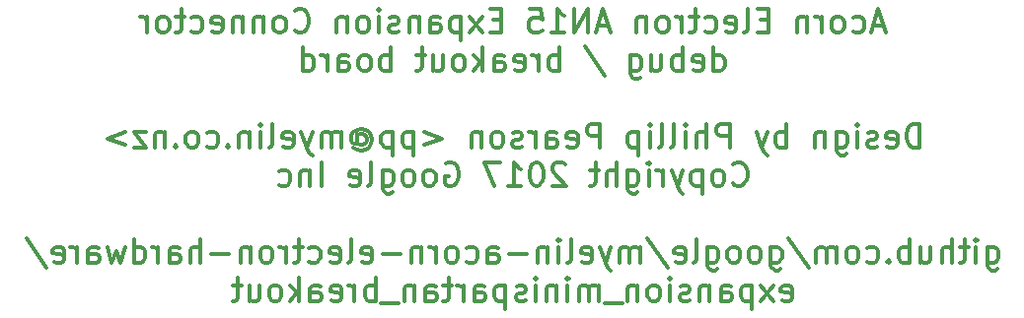
<source format=gbo>
G04 #@! TF.FileFunction,Legend,Bot*
%FSLAX46Y46*%
G04 Gerber Fmt 4.6, Leading zero omitted, Abs format (unit mm)*
G04 Created by KiCad (PCBNEW 4.0.6) date Monday, June 05, 2017 'PMt' 08:11:22 PM*
%MOMM*%
%LPD*%
G01*
G04 APERTURE LIST*
%ADD10C,0.100000*%
%ADD11C,0.300000*%
G04 APERTURE END LIST*
D10*
D11*
X183119527Y-102473333D02*
X182167146Y-102473333D01*
X183310003Y-103044762D02*
X182643336Y-101044762D01*
X181976669Y-103044762D01*
X180452860Y-102949524D02*
X180643336Y-103044762D01*
X181024288Y-103044762D01*
X181214764Y-102949524D01*
X181310003Y-102854286D01*
X181405241Y-102663810D01*
X181405241Y-102092381D01*
X181310003Y-101901905D01*
X181214764Y-101806667D01*
X181024288Y-101711429D01*
X180643336Y-101711429D01*
X180452860Y-101806667D01*
X179310002Y-103044762D02*
X179500478Y-102949524D01*
X179595717Y-102854286D01*
X179690955Y-102663810D01*
X179690955Y-102092381D01*
X179595717Y-101901905D01*
X179500478Y-101806667D01*
X179310002Y-101711429D01*
X179024288Y-101711429D01*
X178833812Y-101806667D01*
X178738574Y-101901905D01*
X178643336Y-102092381D01*
X178643336Y-102663810D01*
X178738574Y-102854286D01*
X178833812Y-102949524D01*
X179024288Y-103044762D01*
X179310002Y-103044762D01*
X177786193Y-103044762D02*
X177786193Y-101711429D01*
X177786193Y-102092381D02*
X177690954Y-101901905D01*
X177595716Y-101806667D01*
X177405240Y-101711429D01*
X177214764Y-101711429D01*
X176548098Y-101711429D02*
X176548098Y-103044762D01*
X176548098Y-101901905D02*
X176452859Y-101806667D01*
X176262383Y-101711429D01*
X175976669Y-101711429D01*
X175786193Y-101806667D01*
X175690955Y-101997143D01*
X175690955Y-103044762D01*
X173214764Y-101997143D02*
X172548097Y-101997143D01*
X172262383Y-103044762D02*
X173214764Y-103044762D01*
X173214764Y-101044762D01*
X172262383Y-101044762D01*
X171119525Y-103044762D02*
X171310001Y-102949524D01*
X171405240Y-102759048D01*
X171405240Y-101044762D01*
X169595716Y-102949524D02*
X169786192Y-103044762D01*
X170167144Y-103044762D01*
X170357621Y-102949524D01*
X170452859Y-102759048D01*
X170452859Y-101997143D01*
X170357621Y-101806667D01*
X170167144Y-101711429D01*
X169786192Y-101711429D01*
X169595716Y-101806667D01*
X169500478Y-101997143D01*
X169500478Y-102187619D01*
X170452859Y-102378095D01*
X167786192Y-102949524D02*
X167976668Y-103044762D01*
X168357620Y-103044762D01*
X168548096Y-102949524D01*
X168643335Y-102854286D01*
X168738573Y-102663810D01*
X168738573Y-102092381D01*
X168643335Y-101901905D01*
X168548096Y-101806667D01*
X168357620Y-101711429D01*
X167976668Y-101711429D01*
X167786192Y-101806667D01*
X167214763Y-101711429D02*
X166452858Y-101711429D01*
X166929049Y-101044762D02*
X166929049Y-102759048D01*
X166833810Y-102949524D01*
X166643334Y-103044762D01*
X166452858Y-103044762D01*
X165786192Y-103044762D02*
X165786192Y-101711429D01*
X165786192Y-102092381D02*
X165690953Y-101901905D01*
X165595715Y-101806667D01*
X165405239Y-101711429D01*
X165214763Y-101711429D01*
X164262382Y-103044762D02*
X164452858Y-102949524D01*
X164548097Y-102854286D01*
X164643335Y-102663810D01*
X164643335Y-102092381D01*
X164548097Y-101901905D01*
X164452858Y-101806667D01*
X164262382Y-101711429D01*
X163976668Y-101711429D01*
X163786192Y-101806667D01*
X163690954Y-101901905D01*
X163595716Y-102092381D01*
X163595716Y-102663810D01*
X163690954Y-102854286D01*
X163786192Y-102949524D01*
X163976668Y-103044762D01*
X164262382Y-103044762D01*
X162738573Y-101711429D02*
X162738573Y-103044762D01*
X162738573Y-101901905D02*
X162643334Y-101806667D01*
X162452858Y-101711429D01*
X162167144Y-101711429D01*
X161976668Y-101806667D01*
X161881430Y-101997143D01*
X161881430Y-103044762D01*
X159500477Y-102473333D02*
X158548096Y-102473333D01*
X159690953Y-103044762D02*
X159024286Y-101044762D01*
X158357619Y-103044762D01*
X157690953Y-103044762D02*
X157690953Y-101044762D01*
X156548095Y-103044762D01*
X156548095Y-101044762D01*
X154548095Y-103044762D02*
X155690953Y-103044762D01*
X155119524Y-103044762D02*
X155119524Y-101044762D01*
X155310000Y-101330476D01*
X155500476Y-101520952D01*
X155690953Y-101616190D01*
X152738572Y-101044762D02*
X153690953Y-101044762D01*
X153786191Y-101997143D01*
X153690953Y-101901905D01*
X153500476Y-101806667D01*
X153024286Y-101806667D01*
X152833810Y-101901905D01*
X152738572Y-101997143D01*
X152643333Y-102187619D01*
X152643333Y-102663810D01*
X152738572Y-102854286D01*
X152833810Y-102949524D01*
X153024286Y-103044762D01*
X153500476Y-103044762D01*
X153690953Y-102949524D01*
X153786191Y-102854286D01*
X150262381Y-101997143D02*
X149595714Y-101997143D01*
X149310000Y-103044762D02*
X150262381Y-103044762D01*
X150262381Y-101044762D01*
X149310000Y-101044762D01*
X148643333Y-103044762D02*
X147595714Y-101711429D01*
X148643333Y-101711429D02*
X147595714Y-103044762D01*
X146833809Y-101711429D02*
X146833809Y-103711429D01*
X146833809Y-101806667D02*
X146643332Y-101711429D01*
X146262380Y-101711429D01*
X146071904Y-101806667D01*
X145976666Y-101901905D01*
X145881428Y-102092381D01*
X145881428Y-102663810D01*
X145976666Y-102854286D01*
X146071904Y-102949524D01*
X146262380Y-103044762D01*
X146643332Y-103044762D01*
X146833809Y-102949524D01*
X144167142Y-103044762D02*
X144167142Y-101997143D01*
X144262380Y-101806667D01*
X144452856Y-101711429D01*
X144833808Y-101711429D01*
X145024285Y-101806667D01*
X144167142Y-102949524D02*
X144357618Y-103044762D01*
X144833808Y-103044762D01*
X145024285Y-102949524D01*
X145119523Y-102759048D01*
X145119523Y-102568571D01*
X145024285Y-102378095D01*
X144833808Y-102282857D01*
X144357618Y-102282857D01*
X144167142Y-102187619D01*
X143214761Y-101711429D02*
X143214761Y-103044762D01*
X143214761Y-101901905D02*
X143119522Y-101806667D01*
X142929046Y-101711429D01*
X142643332Y-101711429D01*
X142452856Y-101806667D01*
X142357618Y-101997143D01*
X142357618Y-103044762D01*
X141500475Y-102949524D02*
X141309998Y-103044762D01*
X140929046Y-103044762D01*
X140738570Y-102949524D01*
X140643332Y-102759048D01*
X140643332Y-102663810D01*
X140738570Y-102473333D01*
X140929046Y-102378095D01*
X141214760Y-102378095D01*
X141405237Y-102282857D01*
X141500475Y-102092381D01*
X141500475Y-101997143D01*
X141405237Y-101806667D01*
X141214760Y-101711429D01*
X140929046Y-101711429D01*
X140738570Y-101806667D01*
X139786189Y-103044762D02*
X139786189Y-101711429D01*
X139786189Y-101044762D02*
X139881427Y-101140000D01*
X139786189Y-101235238D01*
X139690950Y-101140000D01*
X139786189Y-101044762D01*
X139786189Y-101235238D01*
X138548093Y-103044762D02*
X138738569Y-102949524D01*
X138833808Y-102854286D01*
X138929046Y-102663810D01*
X138929046Y-102092381D01*
X138833808Y-101901905D01*
X138738569Y-101806667D01*
X138548093Y-101711429D01*
X138262379Y-101711429D01*
X138071903Y-101806667D01*
X137976665Y-101901905D01*
X137881427Y-102092381D01*
X137881427Y-102663810D01*
X137976665Y-102854286D01*
X138071903Y-102949524D01*
X138262379Y-103044762D01*
X138548093Y-103044762D01*
X137024284Y-101711429D02*
X137024284Y-103044762D01*
X137024284Y-101901905D02*
X136929045Y-101806667D01*
X136738569Y-101711429D01*
X136452855Y-101711429D01*
X136262379Y-101806667D01*
X136167141Y-101997143D01*
X136167141Y-103044762D01*
X132548092Y-102854286D02*
X132643330Y-102949524D01*
X132929045Y-103044762D01*
X133119521Y-103044762D01*
X133405235Y-102949524D01*
X133595711Y-102759048D01*
X133690950Y-102568571D01*
X133786188Y-102187619D01*
X133786188Y-101901905D01*
X133690950Y-101520952D01*
X133595711Y-101330476D01*
X133405235Y-101140000D01*
X133119521Y-101044762D01*
X132929045Y-101044762D01*
X132643330Y-101140000D01*
X132548092Y-101235238D01*
X131405235Y-103044762D02*
X131595711Y-102949524D01*
X131690950Y-102854286D01*
X131786188Y-102663810D01*
X131786188Y-102092381D01*
X131690950Y-101901905D01*
X131595711Y-101806667D01*
X131405235Y-101711429D01*
X131119521Y-101711429D01*
X130929045Y-101806667D01*
X130833807Y-101901905D01*
X130738569Y-102092381D01*
X130738569Y-102663810D01*
X130833807Y-102854286D01*
X130929045Y-102949524D01*
X131119521Y-103044762D01*
X131405235Y-103044762D01*
X129881426Y-101711429D02*
X129881426Y-103044762D01*
X129881426Y-101901905D02*
X129786187Y-101806667D01*
X129595711Y-101711429D01*
X129309997Y-101711429D01*
X129119521Y-101806667D01*
X129024283Y-101997143D01*
X129024283Y-103044762D01*
X128071902Y-101711429D02*
X128071902Y-103044762D01*
X128071902Y-101901905D02*
X127976663Y-101806667D01*
X127786187Y-101711429D01*
X127500473Y-101711429D01*
X127309997Y-101806667D01*
X127214759Y-101997143D01*
X127214759Y-103044762D01*
X125500473Y-102949524D02*
X125690949Y-103044762D01*
X126071901Y-103044762D01*
X126262378Y-102949524D01*
X126357616Y-102759048D01*
X126357616Y-101997143D01*
X126262378Y-101806667D01*
X126071901Y-101711429D01*
X125690949Y-101711429D01*
X125500473Y-101806667D01*
X125405235Y-101997143D01*
X125405235Y-102187619D01*
X126357616Y-102378095D01*
X123690949Y-102949524D02*
X123881425Y-103044762D01*
X124262377Y-103044762D01*
X124452853Y-102949524D01*
X124548092Y-102854286D01*
X124643330Y-102663810D01*
X124643330Y-102092381D01*
X124548092Y-101901905D01*
X124452853Y-101806667D01*
X124262377Y-101711429D01*
X123881425Y-101711429D01*
X123690949Y-101806667D01*
X123119520Y-101711429D02*
X122357615Y-101711429D01*
X122833806Y-101044762D02*
X122833806Y-102759048D01*
X122738567Y-102949524D01*
X122548091Y-103044762D01*
X122357615Y-103044762D01*
X121405234Y-103044762D02*
X121595710Y-102949524D01*
X121690949Y-102854286D01*
X121786187Y-102663810D01*
X121786187Y-102092381D01*
X121690949Y-101901905D01*
X121595710Y-101806667D01*
X121405234Y-101711429D01*
X121119520Y-101711429D01*
X120929044Y-101806667D01*
X120833806Y-101901905D01*
X120738568Y-102092381D01*
X120738568Y-102663810D01*
X120833806Y-102854286D01*
X120929044Y-102949524D01*
X121119520Y-103044762D01*
X121405234Y-103044762D01*
X119881425Y-103044762D02*
X119881425Y-101711429D01*
X119881425Y-102092381D02*
X119786186Y-101901905D01*
X119690948Y-101806667D01*
X119500472Y-101711429D01*
X119309996Y-101711429D01*
X168500478Y-106344762D02*
X168500478Y-104344762D01*
X168500478Y-106249524D02*
X168690954Y-106344762D01*
X169071906Y-106344762D01*
X169262382Y-106249524D01*
X169357621Y-106154286D01*
X169452859Y-105963810D01*
X169452859Y-105392381D01*
X169357621Y-105201905D01*
X169262382Y-105106667D01*
X169071906Y-105011429D01*
X168690954Y-105011429D01*
X168500478Y-105106667D01*
X166786192Y-106249524D02*
X166976668Y-106344762D01*
X167357620Y-106344762D01*
X167548097Y-106249524D01*
X167643335Y-106059048D01*
X167643335Y-105297143D01*
X167548097Y-105106667D01*
X167357620Y-105011429D01*
X166976668Y-105011429D01*
X166786192Y-105106667D01*
X166690954Y-105297143D01*
X166690954Y-105487619D01*
X167643335Y-105678095D01*
X165833811Y-106344762D02*
X165833811Y-104344762D01*
X165833811Y-105106667D02*
X165643334Y-105011429D01*
X165262382Y-105011429D01*
X165071906Y-105106667D01*
X164976668Y-105201905D01*
X164881430Y-105392381D01*
X164881430Y-105963810D01*
X164976668Y-106154286D01*
X165071906Y-106249524D01*
X165262382Y-106344762D01*
X165643334Y-106344762D01*
X165833811Y-106249524D01*
X163167144Y-105011429D02*
X163167144Y-106344762D01*
X164024287Y-105011429D02*
X164024287Y-106059048D01*
X163929048Y-106249524D01*
X163738572Y-106344762D01*
X163452858Y-106344762D01*
X163262382Y-106249524D01*
X163167144Y-106154286D01*
X161357620Y-105011429D02*
X161357620Y-106630476D01*
X161452858Y-106820952D01*
X161548096Y-106916190D01*
X161738572Y-107011429D01*
X162024286Y-107011429D01*
X162214763Y-106916190D01*
X161357620Y-106249524D02*
X161548096Y-106344762D01*
X161929048Y-106344762D01*
X162119524Y-106249524D01*
X162214763Y-106154286D01*
X162310001Y-105963810D01*
X162310001Y-105392381D01*
X162214763Y-105201905D01*
X162119524Y-105106667D01*
X161929048Y-105011429D01*
X161548096Y-105011429D01*
X161357620Y-105106667D01*
X157452857Y-104249524D02*
X159167143Y-106820952D01*
X155262381Y-106344762D02*
X155262381Y-104344762D01*
X155262381Y-105106667D02*
X155071904Y-105011429D01*
X154690952Y-105011429D01*
X154500476Y-105106667D01*
X154405238Y-105201905D01*
X154310000Y-105392381D01*
X154310000Y-105963810D01*
X154405238Y-106154286D01*
X154500476Y-106249524D01*
X154690952Y-106344762D01*
X155071904Y-106344762D01*
X155262381Y-106249524D01*
X153452857Y-106344762D02*
X153452857Y-105011429D01*
X153452857Y-105392381D02*
X153357618Y-105201905D01*
X153262380Y-105106667D01*
X153071904Y-105011429D01*
X152881428Y-105011429D01*
X151452857Y-106249524D02*
X151643333Y-106344762D01*
X152024285Y-106344762D01*
X152214762Y-106249524D01*
X152310000Y-106059048D01*
X152310000Y-105297143D01*
X152214762Y-105106667D01*
X152024285Y-105011429D01*
X151643333Y-105011429D01*
X151452857Y-105106667D01*
X151357619Y-105297143D01*
X151357619Y-105487619D01*
X152310000Y-105678095D01*
X149643333Y-106344762D02*
X149643333Y-105297143D01*
X149738571Y-105106667D01*
X149929047Y-105011429D01*
X150309999Y-105011429D01*
X150500476Y-105106667D01*
X149643333Y-106249524D02*
X149833809Y-106344762D01*
X150309999Y-106344762D01*
X150500476Y-106249524D01*
X150595714Y-106059048D01*
X150595714Y-105868571D01*
X150500476Y-105678095D01*
X150309999Y-105582857D01*
X149833809Y-105582857D01*
X149643333Y-105487619D01*
X148690952Y-106344762D02*
X148690952Y-104344762D01*
X148500475Y-105582857D02*
X147929047Y-106344762D01*
X147929047Y-105011429D02*
X148690952Y-105773333D01*
X146786189Y-106344762D02*
X146976665Y-106249524D01*
X147071904Y-106154286D01*
X147167142Y-105963810D01*
X147167142Y-105392381D01*
X147071904Y-105201905D01*
X146976665Y-105106667D01*
X146786189Y-105011429D01*
X146500475Y-105011429D01*
X146309999Y-105106667D01*
X146214761Y-105201905D01*
X146119523Y-105392381D01*
X146119523Y-105963810D01*
X146214761Y-106154286D01*
X146309999Y-106249524D01*
X146500475Y-106344762D01*
X146786189Y-106344762D01*
X144405237Y-105011429D02*
X144405237Y-106344762D01*
X145262380Y-105011429D02*
X145262380Y-106059048D01*
X145167141Y-106249524D01*
X144976665Y-106344762D01*
X144690951Y-106344762D01*
X144500475Y-106249524D01*
X144405237Y-106154286D01*
X143738570Y-105011429D02*
X142976665Y-105011429D01*
X143452856Y-104344762D02*
X143452856Y-106059048D01*
X143357617Y-106249524D01*
X143167141Y-106344762D01*
X142976665Y-106344762D01*
X140786189Y-106344762D02*
X140786189Y-104344762D01*
X140786189Y-105106667D02*
X140595712Y-105011429D01*
X140214760Y-105011429D01*
X140024284Y-105106667D01*
X139929046Y-105201905D01*
X139833808Y-105392381D01*
X139833808Y-105963810D01*
X139929046Y-106154286D01*
X140024284Y-106249524D01*
X140214760Y-106344762D01*
X140595712Y-106344762D01*
X140786189Y-106249524D01*
X138690950Y-106344762D02*
X138881426Y-106249524D01*
X138976665Y-106154286D01*
X139071903Y-105963810D01*
X139071903Y-105392381D01*
X138976665Y-105201905D01*
X138881426Y-105106667D01*
X138690950Y-105011429D01*
X138405236Y-105011429D01*
X138214760Y-105106667D01*
X138119522Y-105201905D01*
X138024284Y-105392381D01*
X138024284Y-105963810D01*
X138119522Y-106154286D01*
X138214760Y-106249524D01*
X138405236Y-106344762D01*
X138690950Y-106344762D01*
X136309998Y-106344762D02*
X136309998Y-105297143D01*
X136405236Y-105106667D01*
X136595712Y-105011429D01*
X136976664Y-105011429D01*
X137167141Y-105106667D01*
X136309998Y-106249524D02*
X136500474Y-106344762D01*
X136976664Y-106344762D01*
X137167141Y-106249524D01*
X137262379Y-106059048D01*
X137262379Y-105868571D01*
X137167141Y-105678095D01*
X136976664Y-105582857D01*
X136500474Y-105582857D01*
X136309998Y-105487619D01*
X135357617Y-106344762D02*
X135357617Y-105011429D01*
X135357617Y-105392381D02*
X135262378Y-105201905D01*
X135167140Y-105106667D01*
X134976664Y-105011429D01*
X134786188Y-105011429D01*
X133262379Y-106344762D02*
X133262379Y-104344762D01*
X133262379Y-106249524D02*
X133452855Y-106344762D01*
X133833807Y-106344762D01*
X134024283Y-106249524D01*
X134119522Y-106154286D01*
X134214760Y-105963810D01*
X134214760Y-105392381D01*
X134119522Y-105201905D01*
X134024283Y-105106667D01*
X133833807Y-105011429D01*
X133452855Y-105011429D01*
X133262379Y-105106667D01*
X186167147Y-112944762D02*
X186167147Y-110944762D01*
X185690956Y-110944762D01*
X185405242Y-111040000D01*
X185214766Y-111230476D01*
X185119527Y-111420952D01*
X185024289Y-111801905D01*
X185024289Y-112087619D01*
X185119527Y-112468571D01*
X185214766Y-112659048D01*
X185405242Y-112849524D01*
X185690956Y-112944762D01*
X186167147Y-112944762D01*
X183405242Y-112849524D02*
X183595718Y-112944762D01*
X183976670Y-112944762D01*
X184167147Y-112849524D01*
X184262385Y-112659048D01*
X184262385Y-111897143D01*
X184167147Y-111706667D01*
X183976670Y-111611429D01*
X183595718Y-111611429D01*
X183405242Y-111706667D01*
X183310004Y-111897143D01*
X183310004Y-112087619D01*
X184262385Y-112278095D01*
X182548099Y-112849524D02*
X182357622Y-112944762D01*
X181976670Y-112944762D01*
X181786194Y-112849524D01*
X181690956Y-112659048D01*
X181690956Y-112563810D01*
X181786194Y-112373333D01*
X181976670Y-112278095D01*
X182262384Y-112278095D01*
X182452861Y-112182857D01*
X182548099Y-111992381D01*
X182548099Y-111897143D01*
X182452861Y-111706667D01*
X182262384Y-111611429D01*
X181976670Y-111611429D01*
X181786194Y-111706667D01*
X180833813Y-112944762D02*
X180833813Y-111611429D01*
X180833813Y-110944762D02*
X180929051Y-111040000D01*
X180833813Y-111135238D01*
X180738574Y-111040000D01*
X180833813Y-110944762D01*
X180833813Y-111135238D01*
X179024289Y-111611429D02*
X179024289Y-113230476D01*
X179119527Y-113420952D01*
X179214765Y-113516190D01*
X179405241Y-113611429D01*
X179690955Y-113611429D01*
X179881432Y-113516190D01*
X179024289Y-112849524D02*
X179214765Y-112944762D01*
X179595717Y-112944762D01*
X179786193Y-112849524D01*
X179881432Y-112754286D01*
X179976670Y-112563810D01*
X179976670Y-111992381D01*
X179881432Y-111801905D01*
X179786193Y-111706667D01*
X179595717Y-111611429D01*
X179214765Y-111611429D01*
X179024289Y-111706667D01*
X178071908Y-111611429D02*
X178071908Y-112944762D01*
X178071908Y-111801905D02*
X177976669Y-111706667D01*
X177786193Y-111611429D01*
X177500479Y-111611429D01*
X177310003Y-111706667D01*
X177214765Y-111897143D01*
X177214765Y-112944762D01*
X174738574Y-112944762D02*
X174738574Y-110944762D01*
X174738574Y-111706667D02*
X174548097Y-111611429D01*
X174167145Y-111611429D01*
X173976669Y-111706667D01*
X173881431Y-111801905D01*
X173786193Y-111992381D01*
X173786193Y-112563810D01*
X173881431Y-112754286D01*
X173976669Y-112849524D01*
X174167145Y-112944762D01*
X174548097Y-112944762D01*
X174738574Y-112849524D01*
X173119526Y-111611429D02*
X172643335Y-112944762D01*
X172167145Y-111611429D02*
X172643335Y-112944762D01*
X172833811Y-113420952D01*
X172929050Y-113516190D01*
X173119526Y-113611429D01*
X169881430Y-112944762D02*
X169881430Y-110944762D01*
X169119525Y-110944762D01*
X168929049Y-111040000D01*
X168833810Y-111135238D01*
X168738572Y-111325714D01*
X168738572Y-111611429D01*
X168833810Y-111801905D01*
X168929049Y-111897143D01*
X169119525Y-111992381D01*
X169881430Y-111992381D01*
X167881430Y-112944762D02*
X167881430Y-110944762D01*
X167024287Y-112944762D02*
X167024287Y-111897143D01*
X167119525Y-111706667D01*
X167310001Y-111611429D01*
X167595715Y-111611429D01*
X167786191Y-111706667D01*
X167881430Y-111801905D01*
X166071906Y-112944762D02*
X166071906Y-111611429D01*
X166071906Y-110944762D02*
X166167144Y-111040000D01*
X166071906Y-111135238D01*
X165976667Y-111040000D01*
X166071906Y-110944762D01*
X166071906Y-111135238D01*
X164833810Y-112944762D02*
X165024286Y-112849524D01*
X165119525Y-112659048D01*
X165119525Y-110944762D01*
X163786191Y-112944762D02*
X163976667Y-112849524D01*
X164071906Y-112659048D01*
X164071906Y-110944762D01*
X163024287Y-112944762D02*
X163024287Y-111611429D01*
X163024287Y-110944762D02*
X163119525Y-111040000D01*
X163024287Y-111135238D01*
X162929048Y-111040000D01*
X163024287Y-110944762D01*
X163024287Y-111135238D01*
X162071906Y-111611429D02*
X162071906Y-113611429D01*
X162071906Y-111706667D02*
X161881429Y-111611429D01*
X161500477Y-111611429D01*
X161310001Y-111706667D01*
X161214763Y-111801905D01*
X161119525Y-111992381D01*
X161119525Y-112563810D01*
X161214763Y-112754286D01*
X161310001Y-112849524D01*
X161500477Y-112944762D01*
X161881429Y-112944762D01*
X162071906Y-112849524D01*
X158738572Y-112944762D02*
X158738572Y-110944762D01*
X157976667Y-110944762D01*
X157786191Y-111040000D01*
X157690952Y-111135238D01*
X157595714Y-111325714D01*
X157595714Y-111611429D01*
X157690952Y-111801905D01*
X157786191Y-111897143D01*
X157976667Y-111992381D01*
X158738572Y-111992381D01*
X155976667Y-112849524D02*
X156167143Y-112944762D01*
X156548095Y-112944762D01*
X156738572Y-112849524D01*
X156833810Y-112659048D01*
X156833810Y-111897143D01*
X156738572Y-111706667D01*
X156548095Y-111611429D01*
X156167143Y-111611429D01*
X155976667Y-111706667D01*
X155881429Y-111897143D01*
X155881429Y-112087619D01*
X156833810Y-112278095D01*
X154167143Y-112944762D02*
X154167143Y-111897143D01*
X154262381Y-111706667D01*
X154452857Y-111611429D01*
X154833809Y-111611429D01*
X155024286Y-111706667D01*
X154167143Y-112849524D02*
X154357619Y-112944762D01*
X154833809Y-112944762D01*
X155024286Y-112849524D01*
X155119524Y-112659048D01*
X155119524Y-112468571D01*
X155024286Y-112278095D01*
X154833809Y-112182857D01*
X154357619Y-112182857D01*
X154167143Y-112087619D01*
X153214762Y-112944762D02*
X153214762Y-111611429D01*
X153214762Y-111992381D02*
X153119523Y-111801905D01*
X153024285Y-111706667D01*
X152833809Y-111611429D01*
X152643333Y-111611429D01*
X152071905Y-112849524D02*
X151881428Y-112944762D01*
X151500476Y-112944762D01*
X151310000Y-112849524D01*
X151214762Y-112659048D01*
X151214762Y-112563810D01*
X151310000Y-112373333D01*
X151500476Y-112278095D01*
X151786190Y-112278095D01*
X151976667Y-112182857D01*
X152071905Y-111992381D01*
X152071905Y-111897143D01*
X151976667Y-111706667D01*
X151786190Y-111611429D01*
X151500476Y-111611429D01*
X151310000Y-111706667D01*
X150071904Y-112944762D02*
X150262380Y-112849524D01*
X150357619Y-112754286D01*
X150452857Y-112563810D01*
X150452857Y-111992381D01*
X150357619Y-111801905D01*
X150262380Y-111706667D01*
X150071904Y-111611429D01*
X149786190Y-111611429D01*
X149595714Y-111706667D01*
X149500476Y-111801905D01*
X149405238Y-111992381D01*
X149405238Y-112563810D01*
X149500476Y-112754286D01*
X149595714Y-112849524D01*
X149786190Y-112944762D01*
X150071904Y-112944762D01*
X148548095Y-111611429D02*
X148548095Y-112944762D01*
X148548095Y-111801905D02*
X148452856Y-111706667D01*
X148262380Y-111611429D01*
X147976666Y-111611429D01*
X147786190Y-111706667D01*
X147690952Y-111897143D01*
X147690952Y-112944762D01*
X143690951Y-111611429D02*
X145214761Y-112182857D01*
X143690951Y-112754286D01*
X142738571Y-111611429D02*
X142738571Y-113611429D01*
X142738571Y-111706667D02*
X142548094Y-111611429D01*
X142167142Y-111611429D01*
X141976666Y-111706667D01*
X141881428Y-111801905D01*
X141786190Y-111992381D01*
X141786190Y-112563810D01*
X141881428Y-112754286D01*
X141976666Y-112849524D01*
X142167142Y-112944762D01*
X142548094Y-112944762D01*
X142738571Y-112849524D01*
X140929047Y-111611429D02*
X140929047Y-113611429D01*
X140929047Y-111706667D02*
X140738570Y-111611429D01*
X140357618Y-111611429D01*
X140167142Y-111706667D01*
X140071904Y-111801905D01*
X139976666Y-111992381D01*
X139976666Y-112563810D01*
X140071904Y-112754286D01*
X140167142Y-112849524D01*
X140357618Y-112944762D01*
X140738570Y-112944762D01*
X140929047Y-112849524D01*
X137881427Y-111992381D02*
X137976665Y-111897143D01*
X138167142Y-111801905D01*
X138357618Y-111801905D01*
X138548094Y-111897143D01*
X138643332Y-111992381D01*
X138738570Y-112182857D01*
X138738570Y-112373333D01*
X138643332Y-112563810D01*
X138548094Y-112659048D01*
X138357618Y-112754286D01*
X138167142Y-112754286D01*
X137976665Y-112659048D01*
X137881427Y-112563810D01*
X137881427Y-111801905D02*
X137881427Y-112563810D01*
X137786189Y-112659048D01*
X137690951Y-112659048D01*
X137500475Y-112563810D01*
X137405237Y-112373333D01*
X137405237Y-111897143D01*
X137595713Y-111611429D01*
X137881427Y-111420952D01*
X138262380Y-111325714D01*
X138643332Y-111420952D01*
X138929046Y-111611429D01*
X139119523Y-111897143D01*
X139214761Y-112278095D01*
X139119523Y-112659048D01*
X138929046Y-112944762D01*
X138643332Y-113135238D01*
X138262380Y-113230476D01*
X137881427Y-113135238D01*
X137595713Y-112944762D01*
X136548094Y-112944762D02*
X136548094Y-111611429D01*
X136548094Y-111801905D02*
X136452855Y-111706667D01*
X136262379Y-111611429D01*
X135976665Y-111611429D01*
X135786189Y-111706667D01*
X135690951Y-111897143D01*
X135690951Y-112944762D01*
X135690951Y-111897143D02*
X135595713Y-111706667D01*
X135405236Y-111611429D01*
X135119522Y-111611429D01*
X134929046Y-111706667D01*
X134833808Y-111897143D01*
X134833808Y-112944762D01*
X134071903Y-111611429D02*
X133595712Y-112944762D01*
X133119522Y-111611429D02*
X133595712Y-112944762D01*
X133786188Y-113420952D01*
X133881427Y-113516190D01*
X134071903Y-113611429D01*
X131595712Y-112849524D02*
X131786188Y-112944762D01*
X132167140Y-112944762D01*
X132357617Y-112849524D01*
X132452855Y-112659048D01*
X132452855Y-111897143D01*
X132357617Y-111706667D01*
X132167140Y-111611429D01*
X131786188Y-111611429D01*
X131595712Y-111706667D01*
X131500474Y-111897143D01*
X131500474Y-112087619D01*
X132452855Y-112278095D01*
X130357616Y-112944762D02*
X130548092Y-112849524D01*
X130643331Y-112659048D01*
X130643331Y-110944762D01*
X129595712Y-112944762D02*
X129595712Y-111611429D01*
X129595712Y-110944762D02*
X129690950Y-111040000D01*
X129595712Y-111135238D01*
X129500473Y-111040000D01*
X129595712Y-110944762D01*
X129595712Y-111135238D01*
X128643331Y-111611429D02*
X128643331Y-112944762D01*
X128643331Y-111801905D02*
X128548092Y-111706667D01*
X128357616Y-111611429D01*
X128071902Y-111611429D01*
X127881426Y-111706667D01*
X127786188Y-111897143D01*
X127786188Y-112944762D01*
X126833807Y-112754286D02*
X126738568Y-112849524D01*
X126833807Y-112944762D01*
X126929045Y-112849524D01*
X126833807Y-112754286D01*
X126833807Y-112944762D01*
X125024283Y-112849524D02*
X125214759Y-112944762D01*
X125595711Y-112944762D01*
X125786187Y-112849524D01*
X125881426Y-112754286D01*
X125976664Y-112563810D01*
X125976664Y-111992381D01*
X125881426Y-111801905D01*
X125786187Y-111706667D01*
X125595711Y-111611429D01*
X125214759Y-111611429D01*
X125024283Y-111706667D01*
X123881425Y-112944762D02*
X124071901Y-112849524D01*
X124167140Y-112754286D01*
X124262378Y-112563810D01*
X124262378Y-111992381D01*
X124167140Y-111801905D01*
X124071901Y-111706667D01*
X123881425Y-111611429D01*
X123595711Y-111611429D01*
X123405235Y-111706667D01*
X123309997Y-111801905D01*
X123214759Y-111992381D01*
X123214759Y-112563810D01*
X123309997Y-112754286D01*
X123405235Y-112849524D01*
X123595711Y-112944762D01*
X123881425Y-112944762D01*
X122357616Y-112754286D02*
X122262377Y-112849524D01*
X122357616Y-112944762D01*
X122452854Y-112849524D01*
X122357616Y-112754286D01*
X122357616Y-112944762D01*
X121405235Y-111611429D02*
X121405235Y-112944762D01*
X121405235Y-111801905D02*
X121309996Y-111706667D01*
X121119520Y-111611429D01*
X120833806Y-111611429D01*
X120643330Y-111706667D01*
X120548092Y-111897143D01*
X120548092Y-112944762D01*
X119786187Y-111611429D02*
X118738568Y-111611429D01*
X119786187Y-112944762D01*
X118738568Y-112944762D01*
X117976663Y-111611429D02*
X116452853Y-112182857D01*
X117976663Y-112754286D01*
X170167144Y-116054286D02*
X170262382Y-116149524D01*
X170548097Y-116244762D01*
X170738573Y-116244762D01*
X171024287Y-116149524D01*
X171214763Y-115959048D01*
X171310002Y-115768571D01*
X171405240Y-115387619D01*
X171405240Y-115101905D01*
X171310002Y-114720952D01*
X171214763Y-114530476D01*
X171024287Y-114340000D01*
X170738573Y-114244762D01*
X170548097Y-114244762D01*
X170262382Y-114340000D01*
X170167144Y-114435238D01*
X169024287Y-116244762D02*
X169214763Y-116149524D01*
X169310002Y-116054286D01*
X169405240Y-115863810D01*
X169405240Y-115292381D01*
X169310002Y-115101905D01*
X169214763Y-115006667D01*
X169024287Y-114911429D01*
X168738573Y-114911429D01*
X168548097Y-115006667D01*
X168452859Y-115101905D01*
X168357621Y-115292381D01*
X168357621Y-115863810D01*
X168452859Y-116054286D01*
X168548097Y-116149524D01*
X168738573Y-116244762D01*
X169024287Y-116244762D01*
X167500478Y-114911429D02*
X167500478Y-116911429D01*
X167500478Y-115006667D02*
X167310001Y-114911429D01*
X166929049Y-114911429D01*
X166738573Y-115006667D01*
X166643335Y-115101905D01*
X166548097Y-115292381D01*
X166548097Y-115863810D01*
X166643335Y-116054286D01*
X166738573Y-116149524D01*
X166929049Y-116244762D01*
X167310001Y-116244762D01*
X167500478Y-116149524D01*
X165881430Y-114911429D02*
X165405239Y-116244762D01*
X164929049Y-114911429D02*
X165405239Y-116244762D01*
X165595715Y-116720952D01*
X165690954Y-116816190D01*
X165881430Y-116911429D01*
X164167144Y-116244762D02*
X164167144Y-114911429D01*
X164167144Y-115292381D02*
X164071905Y-115101905D01*
X163976667Y-115006667D01*
X163786191Y-114911429D01*
X163595715Y-114911429D01*
X162929049Y-116244762D02*
X162929049Y-114911429D01*
X162929049Y-114244762D02*
X163024287Y-114340000D01*
X162929049Y-114435238D01*
X162833810Y-114340000D01*
X162929049Y-114244762D01*
X162929049Y-114435238D01*
X161119525Y-114911429D02*
X161119525Y-116530476D01*
X161214763Y-116720952D01*
X161310001Y-116816190D01*
X161500477Y-116911429D01*
X161786191Y-116911429D01*
X161976668Y-116816190D01*
X161119525Y-116149524D02*
X161310001Y-116244762D01*
X161690953Y-116244762D01*
X161881429Y-116149524D01*
X161976668Y-116054286D01*
X162071906Y-115863810D01*
X162071906Y-115292381D01*
X161976668Y-115101905D01*
X161881429Y-115006667D01*
X161690953Y-114911429D01*
X161310001Y-114911429D01*
X161119525Y-115006667D01*
X160167144Y-116244762D02*
X160167144Y-114244762D01*
X159310001Y-116244762D02*
X159310001Y-115197143D01*
X159405239Y-115006667D01*
X159595715Y-114911429D01*
X159881429Y-114911429D01*
X160071905Y-115006667D01*
X160167144Y-115101905D01*
X158643334Y-114911429D02*
X157881429Y-114911429D01*
X158357620Y-114244762D02*
X158357620Y-115959048D01*
X158262381Y-116149524D01*
X158071905Y-116244762D01*
X157881429Y-116244762D01*
X155786191Y-114435238D02*
X155690953Y-114340000D01*
X155500476Y-114244762D01*
X155024286Y-114244762D01*
X154833810Y-114340000D01*
X154738572Y-114435238D01*
X154643333Y-114625714D01*
X154643333Y-114816190D01*
X154738572Y-115101905D01*
X155881429Y-116244762D01*
X154643333Y-116244762D01*
X153405238Y-114244762D02*
X153214762Y-114244762D01*
X153024286Y-114340000D01*
X152929048Y-114435238D01*
X152833810Y-114625714D01*
X152738571Y-115006667D01*
X152738571Y-115482857D01*
X152833810Y-115863810D01*
X152929048Y-116054286D01*
X153024286Y-116149524D01*
X153214762Y-116244762D01*
X153405238Y-116244762D01*
X153595714Y-116149524D01*
X153690952Y-116054286D01*
X153786191Y-115863810D01*
X153881429Y-115482857D01*
X153881429Y-115006667D01*
X153786191Y-114625714D01*
X153690952Y-114435238D01*
X153595714Y-114340000D01*
X153405238Y-114244762D01*
X150833809Y-116244762D02*
X151976667Y-116244762D01*
X151405238Y-116244762D02*
X151405238Y-114244762D01*
X151595714Y-114530476D01*
X151786190Y-114720952D01*
X151976667Y-114816190D01*
X150167143Y-114244762D02*
X148833809Y-114244762D01*
X149690952Y-116244762D01*
X145500475Y-114340000D02*
X145690952Y-114244762D01*
X145976666Y-114244762D01*
X146262380Y-114340000D01*
X146452856Y-114530476D01*
X146548095Y-114720952D01*
X146643333Y-115101905D01*
X146643333Y-115387619D01*
X146548095Y-115768571D01*
X146452856Y-115959048D01*
X146262380Y-116149524D01*
X145976666Y-116244762D01*
X145786190Y-116244762D01*
X145500475Y-116149524D01*
X145405237Y-116054286D01*
X145405237Y-115387619D01*
X145786190Y-115387619D01*
X144262380Y-116244762D02*
X144452856Y-116149524D01*
X144548095Y-116054286D01*
X144643333Y-115863810D01*
X144643333Y-115292381D01*
X144548095Y-115101905D01*
X144452856Y-115006667D01*
X144262380Y-114911429D01*
X143976666Y-114911429D01*
X143786190Y-115006667D01*
X143690952Y-115101905D01*
X143595714Y-115292381D01*
X143595714Y-115863810D01*
X143690952Y-116054286D01*
X143786190Y-116149524D01*
X143976666Y-116244762D01*
X144262380Y-116244762D01*
X142452856Y-116244762D02*
X142643332Y-116149524D01*
X142738571Y-116054286D01*
X142833809Y-115863810D01*
X142833809Y-115292381D01*
X142738571Y-115101905D01*
X142643332Y-115006667D01*
X142452856Y-114911429D01*
X142167142Y-114911429D01*
X141976666Y-115006667D01*
X141881428Y-115101905D01*
X141786190Y-115292381D01*
X141786190Y-115863810D01*
X141881428Y-116054286D01*
X141976666Y-116149524D01*
X142167142Y-116244762D01*
X142452856Y-116244762D01*
X140071904Y-114911429D02*
X140071904Y-116530476D01*
X140167142Y-116720952D01*
X140262380Y-116816190D01*
X140452856Y-116911429D01*
X140738570Y-116911429D01*
X140929047Y-116816190D01*
X140071904Y-116149524D02*
X140262380Y-116244762D01*
X140643332Y-116244762D01*
X140833808Y-116149524D01*
X140929047Y-116054286D01*
X141024285Y-115863810D01*
X141024285Y-115292381D01*
X140929047Y-115101905D01*
X140833808Y-115006667D01*
X140643332Y-114911429D01*
X140262380Y-114911429D01*
X140071904Y-115006667D01*
X138833808Y-116244762D02*
X139024284Y-116149524D01*
X139119523Y-115959048D01*
X139119523Y-114244762D01*
X137309999Y-116149524D02*
X137500475Y-116244762D01*
X137881427Y-116244762D01*
X138071904Y-116149524D01*
X138167142Y-115959048D01*
X138167142Y-115197143D01*
X138071904Y-115006667D01*
X137881427Y-114911429D01*
X137500475Y-114911429D01*
X137309999Y-115006667D01*
X137214761Y-115197143D01*
X137214761Y-115387619D01*
X138167142Y-115578095D01*
X134833808Y-116244762D02*
X134833808Y-114244762D01*
X133881427Y-114911429D02*
X133881427Y-116244762D01*
X133881427Y-115101905D02*
X133786188Y-115006667D01*
X133595712Y-114911429D01*
X133309998Y-114911429D01*
X133119522Y-115006667D01*
X133024284Y-115197143D01*
X133024284Y-116244762D01*
X131214760Y-116149524D02*
X131405236Y-116244762D01*
X131786188Y-116244762D01*
X131976664Y-116149524D01*
X132071903Y-116054286D01*
X132167141Y-115863810D01*
X132167141Y-115292381D01*
X132071903Y-115101905D01*
X131976664Y-115006667D01*
X131786188Y-114911429D01*
X131405236Y-114911429D01*
X131214760Y-115006667D01*
X191976669Y-121511429D02*
X191976669Y-123130476D01*
X192071907Y-123320952D01*
X192167145Y-123416190D01*
X192357621Y-123511429D01*
X192643335Y-123511429D01*
X192833812Y-123416190D01*
X191976669Y-122749524D02*
X192167145Y-122844762D01*
X192548097Y-122844762D01*
X192738573Y-122749524D01*
X192833812Y-122654286D01*
X192929050Y-122463810D01*
X192929050Y-121892381D01*
X192833812Y-121701905D01*
X192738573Y-121606667D01*
X192548097Y-121511429D01*
X192167145Y-121511429D01*
X191976669Y-121606667D01*
X191024288Y-122844762D02*
X191024288Y-121511429D01*
X191024288Y-120844762D02*
X191119526Y-120940000D01*
X191024288Y-121035238D01*
X190929049Y-120940000D01*
X191024288Y-120844762D01*
X191024288Y-121035238D01*
X190357621Y-121511429D02*
X189595716Y-121511429D01*
X190071907Y-120844762D02*
X190071907Y-122559048D01*
X189976668Y-122749524D01*
X189786192Y-122844762D01*
X189595716Y-122844762D01*
X188929050Y-122844762D02*
X188929050Y-120844762D01*
X188071907Y-122844762D02*
X188071907Y-121797143D01*
X188167145Y-121606667D01*
X188357621Y-121511429D01*
X188643335Y-121511429D01*
X188833811Y-121606667D01*
X188929050Y-121701905D01*
X186262383Y-121511429D02*
X186262383Y-122844762D01*
X187119526Y-121511429D02*
X187119526Y-122559048D01*
X187024287Y-122749524D01*
X186833811Y-122844762D01*
X186548097Y-122844762D01*
X186357621Y-122749524D01*
X186262383Y-122654286D01*
X185310002Y-122844762D02*
X185310002Y-120844762D01*
X185310002Y-121606667D02*
X185119525Y-121511429D01*
X184738573Y-121511429D01*
X184548097Y-121606667D01*
X184452859Y-121701905D01*
X184357621Y-121892381D01*
X184357621Y-122463810D01*
X184452859Y-122654286D01*
X184548097Y-122749524D01*
X184738573Y-122844762D01*
X185119525Y-122844762D01*
X185310002Y-122749524D01*
X183500478Y-122654286D02*
X183405239Y-122749524D01*
X183500478Y-122844762D01*
X183595716Y-122749524D01*
X183500478Y-122654286D01*
X183500478Y-122844762D01*
X181690954Y-122749524D02*
X181881430Y-122844762D01*
X182262382Y-122844762D01*
X182452858Y-122749524D01*
X182548097Y-122654286D01*
X182643335Y-122463810D01*
X182643335Y-121892381D01*
X182548097Y-121701905D01*
X182452858Y-121606667D01*
X182262382Y-121511429D01*
X181881430Y-121511429D01*
X181690954Y-121606667D01*
X180548096Y-122844762D02*
X180738572Y-122749524D01*
X180833811Y-122654286D01*
X180929049Y-122463810D01*
X180929049Y-121892381D01*
X180833811Y-121701905D01*
X180738572Y-121606667D01*
X180548096Y-121511429D01*
X180262382Y-121511429D01*
X180071906Y-121606667D01*
X179976668Y-121701905D01*
X179881430Y-121892381D01*
X179881430Y-122463810D01*
X179976668Y-122654286D01*
X180071906Y-122749524D01*
X180262382Y-122844762D01*
X180548096Y-122844762D01*
X179024287Y-122844762D02*
X179024287Y-121511429D01*
X179024287Y-121701905D02*
X178929048Y-121606667D01*
X178738572Y-121511429D01*
X178452858Y-121511429D01*
X178262382Y-121606667D01*
X178167144Y-121797143D01*
X178167144Y-122844762D01*
X178167144Y-121797143D02*
X178071906Y-121606667D01*
X177881429Y-121511429D01*
X177595715Y-121511429D01*
X177405239Y-121606667D01*
X177310001Y-121797143D01*
X177310001Y-122844762D01*
X174929048Y-120749524D02*
X176643334Y-123320952D01*
X173405239Y-121511429D02*
X173405239Y-123130476D01*
X173500477Y-123320952D01*
X173595715Y-123416190D01*
X173786191Y-123511429D01*
X174071905Y-123511429D01*
X174262382Y-123416190D01*
X173405239Y-122749524D02*
X173595715Y-122844762D01*
X173976667Y-122844762D01*
X174167143Y-122749524D01*
X174262382Y-122654286D01*
X174357620Y-122463810D01*
X174357620Y-121892381D01*
X174262382Y-121701905D01*
X174167143Y-121606667D01*
X173976667Y-121511429D01*
X173595715Y-121511429D01*
X173405239Y-121606667D01*
X172167143Y-122844762D02*
X172357619Y-122749524D01*
X172452858Y-122654286D01*
X172548096Y-122463810D01*
X172548096Y-121892381D01*
X172452858Y-121701905D01*
X172357619Y-121606667D01*
X172167143Y-121511429D01*
X171881429Y-121511429D01*
X171690953Y-121606667D01*
X171595715Y-121701905D01*
X171500477Y-121892381D01*
X171500477Y-122463810D01*
X171595715Y-122654286D01*
X171690953Y-122749524D01*
X171881429Y-122844762D01*
X172167143Y-122844762D01*
X170357619Y-122844762D02*
X170548095Y-122749524D01*
X170643334Y-122654286D01*
X170738572Y-122463810D01*
X170738572Y-121892381D01*
X170643334Y-121701905D01*
X170548095Y-121606667D01*
X170357619Y-121511429D01*
X170071905Y-121511429D01*
X169881429Y-121606667D01*
X169786191Y-121701905D01*
X169690953Y-121892381D01*
X169690953Y-122463810D01*
X169786191Y-122654286D01*
X169881429Y-122749524D01*
X170071905Y-122844762D01*
X170357619Y-122844762D01*
X167976667Y-121511429D02*
X167976667Y-123130476D01*
X168071905Y-123320952D01*
X168167143Y-123416190D01*
X168357619Y-123511429D01*
X168643333Y-123511429D01*
X168833810Y-123416190D01*
X167976667Y-122749524D02*
X168167143Y-122844762D01*
X168548095Y-122844762D01*
X168738571Y-122749524D01*
X168833810Y-122654286D01*
X168929048Y-122463810D01*
X168929048Y-121892381D01*
X168833810Y-121701905D01*
X168738571Y-121606667D01*
X168548095Y-121511429D01*
X168167143Y-121511429D01*
X167976667Y-121606667D01*
X166738571Y-122844762D02*
X166929047Y-122749524D01*
X167024286Y-122559048D01*
X167024286Y-120844762D01*
X165214762Y-122749524D02*
X165405238Y-122844762D01*
X165786190Y-122844762D01*
X165976667Y-122749524D01*
X166071905Y-122559048D01*
X166071905Y-121797143D01*
X165976667Y-121606667D01*
X165786190Y-121511429D01*
X165405238Y-121511429D01*
X165214762Y-121606667D01*
X165119524Y-121797143D01*
X165119524Y-121987619D01*
X166071905Y-122178095D01*
X162833809Y-120749524D02*
X164548095Y-123320952D01*
X162167143Y-122844762D02*
X162167143Y-121511429D01*
X162167143Y-121701905D02*
X162071904Y-121606667D01*
X161881428Y-121511429D01*
X161595714Y-121511429D01*
X161405238Y-121606667D01*
X161310000Y-121797143D01*
X161310000Y-122844762D01*
X161310000Y-121797143D02*
X161214762Y-121606667D01*
X161024285Y-121511429D01*
X160738571Y-121511429D01*
X160548095Y-121606667D01*
X160452857Y-121797143D01*
X160452857Y-122844762D01*
X159690952Y-121511429D02*
X159214761Y-122844762D01*
X158738571Y-121511429D02*
X159214761Y-122844762D01*
X159405237Y-123320952D01*
X159500476Y-123416190D01*
X159690952Y-123511429D01*
X157214761Y-122749524D02*
X157405237Y-122844762D01*
X157786189Y-122844762D01*
X157976666Y-122749524D01*
X158071904Y-122559048D01*
X158071904Y-121797143D01*
X157976666Y-121606667D01*
X157786189Y-121511429D01*
X157405237Y-121511429D01*
X157214761Y-121606667D01*
X157119523Y-121797143D01*
X157119523Y-121987619D01*
X158071904Y-122178095D01*
X155976665Y-122844762D02*
X156167141Y-122749524D01*
X156262380Y-122559048D01*
X156262380Y-120844762D01*
X155214761Y-122844762D02*
X155214761Y-121511429D01*
X155214761Y-120844762D02*
X155309999Y-120940000D01*
X155214761Y-121035238D01*
X155119522Y-120940000D01*
X155214761Y-120844762D01*
X155214761Y-121035238D01*
X154262380Y-121511429D02*
X154262380Y-122844762D01*
X154262380Y-121701905D02*
X154167141Y-121606667D01*
X153976665Y-121511429D01*
X153690951Y-121511429D01*
X153500475Y-121606667D01*
X153405237Y-121797143D01*
X153405237Y-122844762D01*
X152452856Y-122082857D02*
X150929046Y-122082857D01*
X149119523Y-122844762D02*
X149119523Y-121797143D01*
X149214761Y-121606667D01*
X149405237Y-121511429D01*
X149786189Y-121511429D01*
X149976666Y-121606667D01*
X149119523Y-122749524D02*
X149309999Y-122844762D01*
X149786189Y-122844762D01*
X149976666Y-122749524D01*
X150071904Y-122559048D01*
X150071904Y-122368571D01*
X149976666Y-122178095D01*
X149786189Y-122082857D01*
X149309999Y-122082857D01*
X149119523Y-121987619D01*
X147309999Y-122749524D02*
X147500475Y-122844762D01*
X147881427Y-122844762D01*
X148071903Y-122749524D01*
X148167142Y-122654286D01*
X148262380Y-122463810D01*
X148262380Y-121892381D01*
X148167142Y-121701905D01*
X148071903Y-121606667D01*
X147881427Y-121511429D01*
X147500475Y-121511429D01*
X147309999Y-121606667D01*
X146167141Y-122844762D02*
X146357617Y-122749524D01*
X146452856Y-122654286D01*
X146548094Y-122463810D01*
X146548094Y-121892381D01*
X146452856Y-121701905D01*
X146357617Y-121606667D01*
X146167141Y-121511429D01*
X145881427Y-121511429D01*
X145690951Y-121606667D01*
X145595713Y-121701905D01*
X145500475Y-121892381D01*
X145500475Y-122463810D01*
X145595713Y-122654286D01*
X145690951Y-122749524D01*
X145881427Y-122844762D01*
X146167141Y-122844762D01*
X144643332Y-122844762D02*
X144643332Y-121511429D01*
X144643332Y-121892381D02*
X144548093Y-121701905D01*
X144452855Y-121606667D01*
X144262379Y-121511429D01*
X144071903Y-121511429D01*
X143405237Y-121511429D02*
X143405237Y-122844762D01*
X143405237Y-121701905D02*
X143309998Y-121606667D01*
X143119522Y-121511429D01*
X142833808Y-121511429D01*
X142643332Y-121606667D01*
X142548094Y-121797143D01*
X142548094Y-122844762D01*
X141595713Y-122082857D02*
X140071903Y-122082857D01*
X138357618Y-122749524D02*
X138548094Y-122844762D01*
X138929046Y-122844762D01*
X139119523Y-122749524D01*
X139214761Y-122559048D01*
X139214761Y-121797143D01*
X139119523Y-121606667D01*
X138929046Y-121511429D01*
X138548094Y-121511429D01*
X138357618Y-121606667D01*
X138262380Y-121797143D01*
X138262380Y-121987619D01*
X139214761Y-122178095D01*
X137119522Y-122844762D02*
X137309998Y-122749524D01*
X137405237Y-122559048D01*
X137405237Y-120844762D01*
X135595713Y-122749524D02*
X135786189Y-122844762D01*
X136167141Y-122844762D01*
X136357618Y-122749524D01*
X136452856Y-122559048D01*
X136452856Y-121797143D01*
X136357618Y-121606667D01*
X136167141Y-121511429D01*
X135786189Y-121511429D01*
X135595713Y-121606667D01*
X135500475Y-121797143D01*
X135500475Y-121987619D01*
X136452856Y-122178095D01*
X133786189Y-122749524D02*
X133976665Y-122844762D01*
X134357617Y-122844762D01*
X134548093Y-122749524D01*
X134643332Y-122654286D01*
X134738570Y-122463810D01*
X134738570Y-121892381D01*
X134643332Y-121701905D01*
X134548093Y-121606667D01*
X134357617Y-121511429D01*
X133976665Y-121511429D01*
X133786189Y-121606667D01*
X133214760Y-121511429D02*
X132452855Y-121511429D01*
X132929046Y-120844762D02*
X132929046Y-122559048D01*
X132833807Y-122749524D01*
X132643331Y-122844762D01*
X132452855Y-122844762D01*
X131786189Y-122844762D02*
X131786189Y-121511429D01*
X131786189Y-121892381D02*
X131690950Y-121701905D01*
X131595712Y-121606667D01*
X131405236Y-121511429D01*
X131214760Y-121511429D01*
X130262379Y-122844762D02*
X130452855Y-122749524D01*
X130548094Y-122654286D01*
X130643332Y-122463810D01*
X130643332Y-121892381D01*
X130548094Y-121701905D01*
X130452855Y-121606667D01*
X130262379Y-121511429D01*
X129976665Y-121511429D01*
X129786189Y-121606667D01*
X129690951Y-121701905D01*
X129595713Y-121892381D01*
X129595713Y-122463810D01*
X129690951Y-122654286D01*
X129786189Y-122749524D01*
X129976665Y-122844762D01*
X130262379Y-122844762D01*
X128738570Y-121511429D02*
X128738570Y-122844762D01*
X128738570Y-121701905D02*
X128643331Y-121606667D01*
X128452855Y-121511429D01*
X128167141Y-121511429D01*
X127976665Y-121606667D01*
X127881427Y-121797143D01*
X127881427Y-122844762D01*
X126929046Y-122082857D02*
X125405236Y-122082857D01*
X124452856Y-122844762D02*
X124452856Y-120844762D01*
X123595713Y-122844762D02*
X123595713Y-121797143D01*
X123690951Y-121606667D01*
X123881427Y-121511429D01*
X124167141Y-121511429D01*
X124357617Y-121606667D01*
X124452856Y-121701905D01*
X121786189Y-122844762D02*
X121786189Y-121797143D01*
X121881427Y-121606667D01*
X122071903Y-121511429D01*
X122452855Y-121511429D01*
X122643332Y-121606667D01*
X121786189Y-122749524D02*
X121976665Y-122844762D01*
X122452855Y-122844762D01*
X122643332Y-122749524D01*
X122738570Y-122559048D01*
X122738570Y-122368571D01*
X122643332Y-122178095D01*
X122452855Y-122082857D01*
X121976665Y-122082857D01*
X121786189Y-121987619D01*
X120833808Y-122844762D02*
X120833808Y-121511429D01*
X120833808Y-121892381D02*
X120738569Y-121701905D01*
X120643331Y-121606667D01*
X120452855Y-121511429D01*
X120262379Y-121511429D01*
X118738570Y-122844762D02*
X118738570Y-120844762D01*
X118738570Y-122749524D02*
X118929046Y-122844762D01*
X119309998Y-122844762D01*
X119500474Y-122749524D01*
X119595713Y-122654286D01*
X119690951Y-122463810D01*
X119690951Y-121892381D01*
X119595713Y-121701905D01*
X119500474Y-121606667D01*
X119309998Y-121511429D01*
X118929046Y-121511429D01*
X118738570Y-121606667D01*
X117976665Y-121511429D02*
X117595712Y-122844762D01*
X117214760Y-121892381D01*
X116833808Y-122844762D01*
X116452855Y-121511429D01*
X114833808Y-122844762D02*
X114833808Y-121797143D01*
X114929046Y-121606667D01*
X115119522Y-121511429D01*
X115500474Y-121511429D01*
X115690951Y-121606667D01*
X114833808Y-122749524D02*
X115024284Y-122844762D01*
X115500474Y-122844762D01*
X115690951Y-122749524D01*
X115786189Y-122559048D01*
X115786189Y-122368571D01*
X115690951Y-122178095D01*
X115500474Y-122082857D01*
X115024284Y-122082857D01*
X114833808Y-121987619D01*
X113881427Y-122844762D02*
X113881427Y-121511429D01*
X113881427Y-121892381D02*
X113786188Y-121701905D01*
X113690950Y-121606667D01*
X113500474Y-121511429D01*
X113309998Y-121511429D01*
X111881427Y-122749524D02*
X112071903Y-122844762D01*
X112452855Y-122844762D01*
X112643332Y-122749524D01*
X112738570Y-122559048D01*
X112738570Y-121797143D01*
X112643332Y-121606667D01*
X112452855Y-121511429D01*
X112071903Y-121511429D01*
X111881427Y-121606667D01*
X111786189Y-121797143D01*
X111786189Y-121987619D01*
X112738570Y-122178095D01*
X109500474Y-120749524D02*
X111214760Y-123320952D01*
X174357622Y-126049524D02*
X174548098Y-126144762D01*
X174929050Y-126144762D01*
X175119527Y-126049524D01*
X175214765Y-125859048D01*
X175214765Y-125097143D01*
X175119527Y-124906667D01*
X174929050Y-124811429D01*
X174548098Y-124811429D01*
X174357622Y-124906667D01*
X174262384Y-125097143D01*
X174262384Y-125287619D01*
X175214765Y-125478095D01*
X173595717Y-126144762D02*
X172548098Y-124811429D01*
X173595717Y-124811429D02*
X172548098Y-126144762D01*
X171786193Y-124811429D02*
X171786193Y-126811429D01*
X171786193Y-124906667D02*
X171595716Y-124811429D01*
X171214764Y-124811429D01*
X171024288Y-124906667D01*
X170929050Y-125001905D01*
X170833812Y-125192381D01*
X170833812Y-125763810D01*
X170929050Y-125954286D01*
X171024288Y-126049524D01*
X171214764Y-126144762D01*
X171595716Y-126144762D01*
X171786193Y-126049524D01*
X169119526Y-126144762D02*
X169119526Y-125097143D01*
X169214764Y-124906667D01*
X169405240Y-124811429D01*
X169786192Y-124811429D01*
X169976669Y-124906667D01*
X169119526Y-126049524D02*
X169310002Y-126144762D01*
X169786192Y-126144762D01*
X169976669Y-126049524D01*
X170071907Y-125859048D01*
X170071907Y-125668571D01*
X169976669Y-125478095D01*
X169786192Y-125382857D01*
X169310002Y-125382857D01*
X169119526Y-125287619D01*
X168167145Y-124811429D02*
X168167145Y-126144762D01*
X168167145Y-125001905D02*
X168071906Y-124906667D01*
X167881430Y-124811429D01*
X167595716Y-124811429D01*
X167405240Y-124906667D01*
X167310002Y-125097143D01*
X167310002Y-126144762D01*
X166452859Y-126049524D02*
X166262382Y-126144762D01*
X165881430Y-126144762D01*
X165690954Y-126049524D01*
X165595716Y-125859048D01*
X165595716Y-125763810D01*
X165690954Y-125573333D01*
X165881430Y-125478095D01*
X166167144Y-125478095D01*
X166357621Y-125382857D01*
X166452859Y-125192381D01*
X166452859Y-125097143D01*
X166357621Y-124906667D01*
X166167144Y-124811429D01*
X165881430Y-124811429D01*
X165690954Y-124906667D01*
X164738573Y-126144762D02*
X164738573Y-124811429D01*
X164738573Y-124144762D02*
X164833811Y-124240000D01*
X164738573Y-124335238D01*
X164643334Y-124240000D01*
X164738573Y-124144762D01*
X164738573Y-124335238D01*
X163500477Y-126144762D02*
X163690953Y-126049524D01*
X163786192Y-125954286D01*
X163881430Y-125763810D01*
X163881430Y-125192381D01*
X163786192Y-125001905D01*
X163690953Y-124906667D01*
X163500477Y-124811429D01*
X163214763Y-124811429D01*
X163024287Y-124906667D01*
X162929049Y-125001905D01*
X162833811Y-125192381D01*
X162833811Y-125763810D01*
X162929049Y-125954286D01*
X163024287Y-126049524D01*
X163214763Y-126144762D01*
X163500477Y-126144762D01*
X161976668Y-124811429D02*
X161976668Y-126144762D01*
X161976668Y-125001905D02*
X161881429Y-124906667D01*
X161690953Y-124811429D01*
X161405239Y-124811429D01*
X161214763Y-124906667D01*
X161119525Y-125097143D01*
X161119525Y-126144762D01*
X160643334Y-126335238D02*
X159119524Y-126335238D01*
X158643334Y-126144762D02*
X158643334Y-124811429D01*
X158643334Y-125001905D02*
X158548095Y-124906667D01*
X158357619Y-124811429D01*
X158071905Y-124811429D01*
X157881429Y-124906667D01*
X157786191Y-125097143D01*
X157786191Y-126144762D01*
X157786191Y-125097143D02*
X157690953Y-124906667D01*
X157500476Y-124811429D01*
X157214762Y-124811429D01*
X157024286Y-124906667D01*
X156929048Y-125097143D01*
X156929048Y-126144762D01*
X155976667Y-126144762D02*
X155976667Y-124811429D01*
X155976667Y-124144762D02*
X156071905Y-124240000D01*
X155976667Y-124335238D01*
X155881428Y-124240000D01*
X155976667Y-124144762D01*
X155976667Y-124335238D01*
X155024286Y-124811429D02*
X155024286Y-126144762D01*
X155024286Y-125001905D02*
X154929047Y-124906667D01*
X154738571Y-124811429D01*
X154452857Y-124811429D01*
X154262381Y-124906667D01*
X154167143Y-125097143D01*
X154167143Y-126144762D01*
X153214762Y-126144762D02*
X153214762Y-124811429D01*
X153214762Y-124144762D02*
X153310000Y-124240000D01*
X153214762Y-124335238D01*
X153119523Y-124240000D01*
X153214762Y-124144762D01*
X153214762Y-124335238D01*
X152357619Y-126049524D02*
X152167142Y-126144762D01*
X151786190Y-126144762D01*
X151595714Y-126049524D01*
X151500476Y-125859048D01*
X151500476Y-125763810D01*
X151595714Y-125573333D01*
X151786190Y-125478095D01*
X152071904Y-125478095D01*
X152262381Y-125382857D01*
X152357619Y-125192381D01*
X152357619Y-125097143D01*
X152262381Y-124906667D01*
X152071904Y-124811429D01*
X151786190Y-124811429D01*
X151595714Y-124906667D01*
X150643333Y-124811429D02*
X150643333Y-126811429D01*
X150643333Y-124906667D02*
X150452856Y-124811429D01*
X150071904Y-124811429D01*
X149881428Y-124906667D01*
X149786190Y-125001905D01*
X149690952Y-125192381D01*
X149690952Y-125763810D01*
X149786190Y-125954286D01*
X149881428Y-126049524D01*
X150071904Y-126144762D01*
X150452856Y-126144762D01*
X150643333Y-126049524D01*
X147976666Y-126144762D02*
X147976666Y-125097143D01*
X148071904Y-124906667D01*
X148262380Y-124811429D01*
X148643332Y-124811429D01*
X148833809Y-124906667D01*
X147976666Y-126049524D02*
X148167142Y-126144762D01*
X148643332Y-126144762D01*
X148833809Y-126049524D01*
X148929047Y-125859048D01*
X148929047Y-125668571D01*
X148833809Y-125478095D01*
X148643332Y-125382857D01*
X148167142Y-125382857D01*
X147976666Y-125287619D01*
X147024285Y-126144762D02*
X147024285Y-124811429D01*
X147024285Y-125192381D02*
X146929046Y-125001905D01*
X146833808Y-124906667D01*
X146643332Y-124811429D01*
X146452856Y-124811429D01*
X146071904Y-124811429D02*
X145309999Y-124811429D01*
X145786190Y-124144762D02*
X145786190Y-125859048D01*
X145690951Y-126049524D01*
X145500475Y-126144762D01*
X145309999Y-126144762D01*
X143786190Y-126144762D02*
X143786190Y-125097143D01*
X143881428Y-124906667D01*
X144071904Y-124811429D01*
X144452856Y-124811429D01*
X144643333Y-124906667D01*
X143786190Y-126049524D02*
X143976666Y-126144762D01*
X144452856Y-126144762D01*
X144643333Y-126049524D01*
X144738571Y-125859048D01*
X144738571Y-125668571D01*
X144643333Y-125478095D01*
X144452856Y-125382857D01*
X143976666Y-125382857D01*
X143786190Y-125287619D01*
X142833809Y-124811429D02*
X142833809Y-126144762D01*
X142833809Y-125001905D02*
X142738570Y-124906667D01*
X142548094Y-124811429D01*
X142262380Y-124811429D01*
X142071904Y-124906667D01*
X141976666Y-125097143D01*
X141976666Y-126144762D01*
X141500475Y-126335238D02*
X139976665Y-126335238D01*
X139500475Y-126144762D02*
X139500475Y-124144762D01*
X139500475Y-124906667D02*
X139309998Y-124811429D01*
X138929046Y-124811429D01*
X138738570Y-124906667D01*
X138643332Y-125001905D01*
X138548094Y-125192381D01*
X138548094Y-125763810D01*
X138643332Y-125954286D01*
X138738570Y-126049524D01*
X138929046Y-126144762D01*
X139309998Y-126144762D01*
X139500475Y-126049524D01*
X137690951Y-126144762D02*
X137690951Y-124811429D01*
X137690951Y-125192381D02*
X137595712Y-125001905D01*
X137500474Y-124906667D01*
X137309998Y-124811429D01*
X137119522Y-124811429D01*
X135690951Y-126049524D02*
X135881427Y-126144762D01*
X136262379Y-126144762D01*
X136452856Y-126049524D01*
X136548094Y-125859048D01*
X136548094Y-125097143D01*
X136452856Y-124906667D01*
X136262379Y-124811429D01*
X135881427Y-124811429D01*
X135690951Y-124906667D01*
X135595713Y-125097143D01*
X135595713Y-125287619D01*
X136548094Y-125478095D01*
X133881427Y-126144762D02*
X133881427Y-125097143D01*
X133976665Y-124906667D01*
X134167141Y-124811429D01*
X134548093Y-124811429D01*
X134738570Y-124906667D01*
X133881427Y-126049524D02*
X134071903Y-126144762D01*
X134548093Y-126144762D01*
X134738570Y-126049524D01*
X134833808Y-125859048D01*
X134833808Y-125668571D01*
X134738570Y-125478095D01*
X134548093Y-125382857D01*
X134071903Y-125382857D01*
X133881427Y-125287619D01*
X132929046Y-126144762D02*
X132929046Y-124144762D01*
X132738569Y-125382857D02*
X132167141Y-126144762D01*
X132167141Y-124811429D02*
X132929046Y-125573333D01*
X131024283Y-126144762D02*
X131214759Y-126049524D01*
X131309998Y-125954286D01*
X131405236Y-125763810D01*
X131405236Y-125192381D01*
X131309998Y-125001905D01*
X131214759Y-124906667D01*
X131024283Y-124811429D01*
X130738569Y-124811429D01*
X130548093Y-124906667D01*
X130452855Y-125001905D01*
X130357617Y-125192381D01*
X130357617Y-125763810D01*
X130452855Y-125954286D01*
X130548093Y-126049524D01*
X130738569Y-126144762D01*
X131024283Y-126144762D01*
X128643331Y-124811429D02*
X128643331Y-126144762D01*
X129500474Y-124811429D02*
X129500474Y-125859048D01*
X129405235Y-126049524D01*
X129214759Y-126144762D01*
X128929045Y-126144762D01*
X128738569Y-126049524D01*
X128643331Y-125954286D01*
X127976664Y-124811429D02*
X127214759Y-124811429D01*
X127690950Y-124144762D02*
X127690950Y-125859048D01*
X127595711Y-126049524D01*
X127405235Y-126144762D01*
X127214759Y-126144762D01*
M02*

</source>
